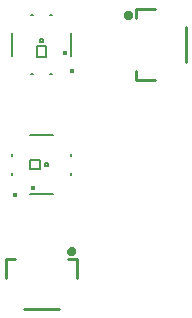
<source format=gbo>
G75*
%MOIN*%
%OFA0B0*%
%FSLAX25Y25*%
%IPPOS*%
%LPD*%
%AMOC8*
5,1,8,0,0,1.08239X$1,22.5*
%
%ADD10C,0.01000*%
%ADD11C,0.01575*%
%ADD12C,0.01761*%
%ADD13C,0.00800*%
D10*
X0506522Y0013526D02*
X0506522Y0020022D01*
X0509475Y0020022D01*
X0527192Y0020022D02*
X0530144Y0020022D01*
X0530144Y0013526D01*
X0524239Y0003290D02*
X0512428Y0003290D01*
X0549711Y0079589D02*
X0556207Y0079589D01*
X0549711Y0079589D02*
X0549711Y0082542D01*
X0566444Y0085494D02*
X0566444Y0097306D01*
X0549711Y0100258D02*
X0549711Y0103211D01*
X0556207Y0103211D01*
D11*
X0546595Y0101243D02*
X0546597Y0101290D01*
X0546603Y0101336D01*
X0546612Y0101382D01*
X0546626Y0101426D01*
X0546643Y0101470D01*
X0546664Y0101511D01*
X0546688Y0101551D01*
X0546715Y0101589D01*
X0546746Y0101624D01*
X0546779Y0101657D01*
X0546815Y0101687D01*
X0546854Y0101713D01*
X0546894Y0101737D01*
X0546936Y0101756D01*
X0546980Y0101773D01*
X0547025Y0101785D01*
X0547071Y0101794D01*
X0547117Y0101799D01*
X0547164Y0101800D01*
X0547210Y0101797D01*
X0547256Y0101790D01*
X0547302Y0101779D01*
X0547346Y0101765D01*
X0547389Y0101747D01*
X0547430Y0101725D01*
X0547470Y0101700D01*
X0547507Y0101672D01*
X0547542Y0101641D01*
X0547574Y0101607D01*
X0547603Y0101570D01*
X0547628Y0101532D01*
X0547651Y0101491D01*
X0547670Y0101448D01*
X0547685Y0101404D01*
X0547697Y0101359D01*
X0547705Y0101313D01*
X0547709Y0101266D01*
X0547709Y0101220D01*
X0547705Y0101173D01*
X0547697Y0101127D01*
X0547685Y0101082D01*
X0547670Y0101038D01*
X0547651Y0100995D01*
X0547628Y0100954D01*
X0547603Y0100916D01*
X0547574Y0100879D01*
X0547542Y0100845D01*
X0547507Y0100814D01*
X0547470Y0100786D01*
X0547431Y0100761D01*
X0547389Y0100739D01*
X0547346Y0100721D01*
X0547302Y0100707D01*
X0547256Y0100696D01*
X0547210Y0100689D01*
X0547164Y0100686D01*
X0547117Y0100687D01*
X0547071Y0100692D01*
X0547025Y0100701D01*
X0546980Y0100713D01*
X0546936Y0100730D01*
X0546894Y0100749D01*
X0546854Y0100773D01*
X0546815Y0100799D01*
X0546779Y0100829D01*
X0546746Y0100862D01*
X0546715Y0100897D01*
X0546688Y0100935D01*
X0546664Y0100975D01*
X0546643Y0101016D01*
X0546626Y0101060D01*
X0546612Y0101104D01*
X0546603Y0101150D01*
X0546597Y0101196D01*
X0546595Y0101243D01*
X0527619Y0022581D02*
X0527621Y0022628D01*
X0527627Y0022674D01*
X0527636Y0022720D01*
X0527650Y0022764D01*
X0527667Y0022808D01*
X0527688Y0022849D01*
X0527712Y0022889D01*
X0527739Y0022927D01*
X0527770Y0022962D01*
X0527803Y0022995D01*
X0527839Y0023025D01*
X0527878Y0023051D01*
X0527918Y0023075D01*
X0527960Y0023094D01*
X0528004Y0023111D01*
X0528049Y0023123D01*
X0528095Y0023132D01*
X0528141Y0023137D01*
X0528188Y0023138D01*
X0528234Y0023135D01*
X0528280Y0023128D01*
X0528326Y0023117D01*
X0528370Y0023103D01*
X0528413Y0023085D01*
X0528454Y0023063D01*
X0528494Y0023038D01*
X0528531Y0023010D01*
X0528566Y0022979D01*
X0528598Y0022945D01*
X0528627Y0022908D01*
X0528652Y0022870D01*
X0528675Y0022829D01*
X0528694Y0022786D01*
X0528709Y0022742D01*
X0528721Y0022697D01*
X0528729Y0022651D01*
X0528733Y0022604D01*
X0528733Y0022558D01*
X0528729Y0022511D01*
X0528721Y0022465D01*
X0528709Y0022420D01*
X0528694Y0022376D01*
X0528675Y0022333D01*
X0528652Y0022292D01*
X0528627Y0022254D01*
X0528598Y0022217D01*
X0528566Y0022183D01*
X0528531Y0022152D01*
X0528494Y0022124D01*
X0528455Y0022099D01*
X0528413Y0022077D01*
X0528370Y0022059D01*
X0528326Y0022045D01*
X0528280Y0022034D01*
X0528234Y0022027D01*
X0528188Y0022024D01*
X0528141Y0022025D01*
X0528095Y0022030D01*
X0528049Y0022039D01*
X0528004Y0022051D01*
X0527960Y0022068D01*
X0527918Y0022087D01*
X0527878Y0022111D01*
X0527839Y0022137D01*
X0527803Y0022167D01*
X0527770Y0022200D01*
X0527739Y0022235D01*
X0527712Y0022273D01*
X0527688Y0022313D01*
X0527667Y0022354D01*
X0527650Y0022398D01*
X0527636Y0022442D01*
X0527627Y0022488D01*
X0527621Y0022534D01*
X0527619Y0022581D01*
D12*
X0509577Y0041126D03*
X0515577Y0043526D03*
X0528607Y0082644D03*
X0526207Y0088644D03*
D13*
X0528176Y0087463D02*
X0528176Y0095337D01*
X0518833Y0093400D02*
X0517833Y0093400D01*
X0517833Y0092400D01*
X0518833Y0092400D01*
X0518833Y0093400D01*
X0519833Y0090900D02*
X0516833Y0090900D01*
X0516833Y0087400D01*
X0519833Y0087400D01*
X0519833Y0090900D01*
X0508491Y0087463D02*
X0508491Y0095337D01*
X0514790Y0101243D02*
X0515577Y0101243D01*
X0521089Y0101243D02*
X0521877Y0101243D01*
X0521877Y0081557D02*
X0521089Y0081557D01*
X0515577Y0081557D02*
X0514790Y0081557D01*
X0514396Y0061243D02*
X0522270Y0061243D01*
X0528176Y0054943D02*
X0528176Y0054156D01*
X0520333Y0051900D02*
X0519333Y0051900D01*
X0519333Y0050900D01*
X0520333Y0050900D01*
X0520333Y0051900D01*
X0517833Y0052900D02*
X0514333Y0052900D01*
X0514333Y0049900D01*
X0517833Y0049900D01*
X0517833Y0052900D01*
X0508491Y0054156D02*
X0508491Y0054943D01*
X0508491Y0048644D02*
X0508491Y0047857D01*
X0528176Y0047857D02*
X0528176Y0048644D01*
X0522270Y0041557D02*
X0514396Y0041557D01*
M02*

</source>
